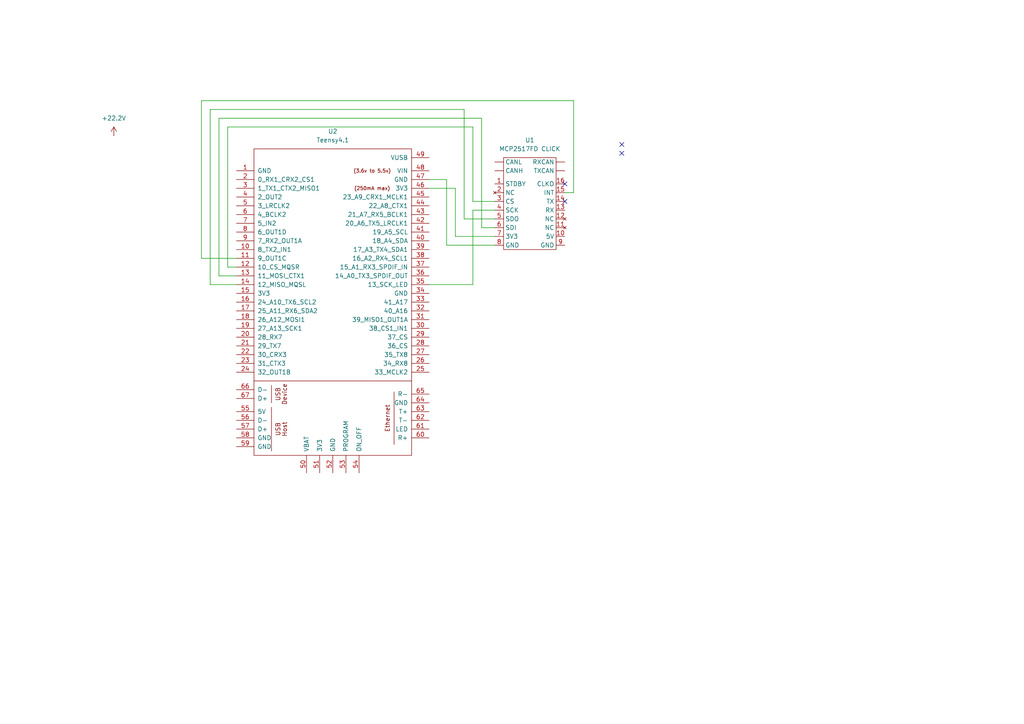
<source format=kicad_sch>
(kicad_sch (version 20250114) (generator "eeschema") (generator_version "9.0")
  (paper "A4")
  (lib_symbols
    (symbol "Custom_Parts:MCP2517FD_CLICK"
      (property "Reference" "U" (at 0 0 0))
      (symbol "MCP2517FD_CLICK_0_1"
        (rectangle (start -7.62 12.7) (end 7.62 -13.97))
      )
      (symbol "MCP2517FD_CLICK_1_1"
        (pin bidirectional line (at -10.16 11.43 0) (length 2.54) (name "CANL") (number ""))
        (pin bidirectional line (at -10.16 8.89 0) (length 2.54) (name "CANH") (number ""))
        (pin input line (at -10.16 5.08 0) (length 2.54) (name "STDBY") (number "1"))
        (pin no_connect line (at -10.16 2.54 0) (length 2.54) (name "NC") (number "2"))
        (pin input line (at -10.16 0 0) (length 2.54) (name "CS") (number "3"))
        (pin input line (at -10.16 -2.54 0) (length 2.54) (name "SCK") (number "4"))
        (pin output line (at -10.16 -5.08 0) (length 2.54) (name "SDO") (number "5"))
        (pin input line (at -10.16 -7.62 0) (length 2.54) (name "SDI") (number "6"))
        (pin power_in line (at -10.16 -10.16 0) (length 2.54) (name "3V3") (number "7"))
        (pin bidirectional line (at -10.16 -12.7 0) (length 2.54) (name "GND") (number "8"))
        (pin bidirectional line (at 10.16 11.43 180) (length 2.54) (name "RXCAN") (number ""))
        (pin bidirectional line (at 10.16 8.89 180) (length 2.54) (name "TXCAN") (number ""))
        (pin output line (at 10.16 5.08 180) (length 2.54) (name "CLKO") (number "16"))
        (pin bidirectional line (at 10.16 2.54 180) (length 2.54) (name "INT") (number "15"))
        (pin bidirectional line (at 10.16 0 180) (length 2.54) (name "TX") (number "14"))
        (pin bidirectional line (at 10.16 -2.54 180) (length 2.54) (name "RX") (number "13"))
        (pin no_connect line (at 10.16 -5.08 180) (length 2.54) (name "NC") (number "12"))
        (pin no_connect line (at 10.16 -7.62 180) (length 2.54) (name "NC") (number "11"))
        (pin power_in line (at 10.16 -10.16 180) (length 2.54) (name "5V") (number "10"))
        (pin bidirectional line (at 10.16 -12.7 180) (length 2.54) (name "GND") (number "9"))
      )
    )
    (symbol "power:+24V" (power) (pin_numbers (hide yes)) (pin_names (offset 0) (hide yes))
      (property "Value" "+24V" (at 0 3.556 0))
      (symbol "+24V_0_1"
        (polyline (pts (xy -0.762 1.27) (xy 0 2.54)))
        (polyline (pts (xy 0 2.54) (xy 0.762 1.27)))
        (polyline (pts (xy 0 0) (xy 0 2.54)))
      )
      (symbol "+24V_1_1"
        (pin power_in line (at 0 0 90) (length 0) (name "~") (number "1"))
      )
    )
    (symbol "teensy:Teensy4.1" (pin_names (offset 1.016))
      (property "Reference" "U" (at 0 64.77 0))
      (property "Value" "Teensy4.1" (at 0 62.23 0))
      (symbol "Teensy4.1_0_0"
        (polyline (pts (xy -22.86 -6.35) (xy 22.86 -6.35)))
        (polyline (pts (xy -17.78 -7.62) (xy -17.78 -12.7)))
        (polyline (pts (xy -17.78 -26.67) (xy -17.78 -13.97)))
        (polyline (pts (xy 17.78 -9.525) (xy 17.78 -24.765)))
        (text "USB" (at -15.875 -10.16 900) (effects (font (size 1.27 1.27))))
        (text "USB" (at -15.875 -20.32 900) (effects (font (size 1.27 1.27))))
        (text "Device" (at -13.97 -10.16 900) (effects (font (size 1.27 1.27))))
        (text "Host" (at -13.97 -20.32 900) (effects (font (size 1.27 1.27))))
        (text "(3.6v to 5.5v)" (at 11.43 54.61 0) (effects (font (size 1.016 1.016))))
        (text "(250mA max)" (at 11.43 49.53 0) (effects (font (size 1.016 1.016))))
        (text "Ethernet" (at 15.875 -17.145 900) (effects (font (size 1.27 1.27))))
        (pin bidirectional line (at -27.94 44.45 0) (length 5.08) (name "3_LRCLK2") (number "5"))
        (pin bidirectional line (at -27.94 41.91 0) (length 5.08) (name "4_BCLK2") (number "6"))
        (pin bidirectional line (at -27.94 39.37 0) (length 5.08) (name "5_IN2") (number "7"))
        (pin bidirectional line (at -27.94 36.83 0) (length 5.08) (name "6_OUT1D") (number "8"))
        (pin bidirectional line (at -27.94 34.29 0) (length 5.08) (name "7_RX2_OUT1A") (number "9"))
        (pin bidirectional line (at -27.94 31.75 0) (length 5.08) (name "8_TX2_IN1") (number "10"))
        (pin bidirectional line (at -27.94 29.21 0) (length 5.08) (name "9_OUT1C") (number "11"))
        (pin bidirectional line (at -27.94 26.67 0) (length 5.08) (name "10_CS_MQSR") (number "12"))
        (pin bidirectional line (at -27.94 24.13 0) (length 5.08) (name "11_MOSI_CTX1") (number "13"))
        (pin bidirectional line (at -27.94 21.59 0) (length 5.08) (name "12_MISO_MQSL") (number "14"))
        (pin power_in line (at -27.94 19.05 0) (length 5.08) (name "3V3") (number "15"))
        (pin bidirectional line (at -27.94 16.51 0) (length 5.08) (name "24_A10_TX6_SCL2") (number "16"))
        (pin bidirectional line (at -27.94 13.97 0) (length 5.08) (name "25_A11_RX6_SDA2") (number "17"))
        (pin bidirectional line (at -27.94 11.43 0) (length 5.08) (name "26_A12_MOSI1") (number "18"))
        (pin bidirectional line (at -27.94 8.89 0) (length 5.08) (name "27_A13_SCK1") (number "19"))
        (pin bidirectional line (at -27.94 6.35 0) (length 5.08) (name "28_RX7") (number "20"))
        (pin bidirectional line (at -27.94 3.81 0) (length 5.08) (name "29_TX7") (number "21"))
        (pin bidirectional line (at -27.94 1.27 0) (length 5.08) (name "30_CRX3") (number "22"))
        (pin bidirectional line (at -27.94 -1.27 0) (length 5.08) (name "31_CTX3") (number "23"))
        (pin bidirectional line (at -27.94 -3.81 0) (length 5.08) (name "32_OUT1B") (number "24"))
        (pin bidirectional line (at -27.94 -8.89 0) (length 5.08) (name "D-") (number "66"))
        (pin bidirectional line (at -27.94 -11.43 0) (length 5.08) (name "D+") (number "67"))
        (pin power_out line (at -27.94 -15.24 0) (length 5.08) (name "5V") (number "55"))
        (pin bidirectional line (at -27.94 -17.78 0) (length 5.08) (name "D-") (number "56"))
        (pin bidirectional line (at -27.94 -20.32 0) (length 5.08) (name "D+") (number "57"))
        (pin power_in line (at -27.94 -22.86 0) (length 5.08) (name "GND") (number "58"))
        (pin power_in line (at -27.94 -25.4 0) (length 5.08) (name "GND") (number "59"))
        (pin power_in line (at -7.62 -33.02 90) (length 5.08) (name "VBAT") (number "50"))
        (pin power_in line (at -3.81 -33.02 90) (length 5.08) (name "3V3") (number "51"))
        (pin input line (at 0 -33.02 90) (length 5.08) (name "GND") (number "52"))
        (pin input line (at 3.81 -33.02 90) (length 5.08) (name "PROGRAM") (number "53"))
        (pin input line (at 7.62 -33.02 90) (length 5.08) (name "ON_OFF") (number "54"))
        (pin power_out line (at 27.94 58.42 180) (length 5.08) (name "VUSB") (number "49"))
        (pin power_in line (at 27.94 54.61 180) (length 5.08) (name "VIN") (number "48"))
        (pin output line (at 27.94 52.07 180) (length 5.08) (name "GND") (number "47"))
        (pin output line (at 27.94 49.53 180) (length 5.08) (name "3V3") (number "46"))
        (pin bidirectional line (at 27.94 46.99 180) (length 5.08) (name "23_A9_CRX1_MCLK1") (number "45"))
        (pin bidirectional line (at 27.94 44.45 180) (length 5.08) (name "22_A8_CTX1") (number "44"))
        (pin bidirectional line (at 27.94 41.91 180) (length 5.08) (name "21_A7_RX5_BCLK1") (number "43"))
        (pin bidirectional line (at 27.94 39.37 180) (length 5.08) (name "20_A6_TX5_LRCLK1") (number "42"))
        (pin bidirectional line (at 27.94 36.83 180) (length 5.08) (name "19_A5_SCL") (number "41"))
        (pin bidirectional line (at 27.94 34.29 180) (length 5.08) (name "18_A4_SDA") (number "40"))
        (pin bidirectional line (at 27.94 31.75 180) (length 5.08) (name "17_A3_TX4_SDA1") (number "39"))
        (pin bidirectional line (at 27.94 29.21 180) (length 5.08) (name "16_A2_RX4_SCL1") (number "38"))
        (pin bidirectional line (at 27.94 26.67 180) (length 5.08) (name "15_A1_RX3_SPDIF_IN") (number "37"))
        (pin bidirectional line (at 27.94 24.13 180) (length 5.08) (name "14_A0_TX3_SPDIF_OUT") (number "36"))
        (pin bidirectional line (at 27.94 21.59 180) (length 5.08) (name "13_SCK_LED") (number "35"))
        (pin bidirectional line (at 27.94 16.51 180) (length 5.08) (name "41_A17") (number "33"))
        (pin bidirectional line (at 27.94 13.97 180) (length 5.08) (name "40_A16") (number "32"))
        (pin bidirectional line (at 27.94 11.43 180) (length 5.08) (name "39_MISO1_OUT1A") (number "31"))
        (pin bidirectional line (at 27.94 8.89 180) (length 5.08) (name "38_CS1_IN1") (number "30"))
        (pin bidirectional line (at 27.94 6.35 180) (length 5.08) (name "37_CS") (number "29"))
        (pin bidirectional line (at 27.94 3.81 180) (length 5.08) (name "36_CS") (number "28"))
        (pin bidirectional line (at 27.94 1.27 180) (length 5.08) (name "35_TX8") (number "27"))
        (pin bidirectional line (at 27.94 -1.27 180) (length 5.08) (name "34_RX8") (number "26"))
        (pin bidirectional line (at 27.94 -3.81 180) (length 5.08) (name "33_MCLK2") (number "25"))
        (pin bidirectional line (at 27.94 -10.16 180) (length 5.08) (name "R-") (number "65"))
        (pin power_in line (at 27.94 -12.7 180) (length 5.08) (name "GND") (number "64"))
        (pin bidirectional line (at 27.94 -15.24 180) (length 5.08) (name "T+") (number "63"))
        (pin bidirectional line (at 27.94 -17.78 180) (length 5.08) (name "T-") (number "62"))
        (pin bidirectional line (at 27.94 -20.32 180) (length 5.08) (name "LED") (number "61"))
        (pin bidirectional line (at 27.94 -22.86 180) (length 5.08) (name "R+") (number "60"))
      )
      (symbol "Teensy4.1_0_1"
        (rectangle (start -22.86 60.96) (end 22.86 -27.94))
        (rectangle (start -20.32 -1.27) (end -20.32 -1.27))
      )
      (symbol "Teensy4.1_1_1"
        (pin power_in line (at -27.94 54.61 0) (length 5.08) (name "GND") (number "1"))
        (pin bidirectional line (at -27.94 52.07 0) (length 5.08) (name "0_RX1_CRX2_CS1") (number "2"))
        (pin bidirectional line (at -27.94 49.53 0) (length 5.08) (name "1_TX1_CTX2_MISO1") (number "3"))
        (pin bidirectional line (at -27.94 46.99 0) (length 5.08) (name "2_OUT2") (number "4"))
        (pin power_in line (at 27.94 19.05 180) (length 5.08) (name "GND") (number "34"))
      )
    )
  )
  (no_connect (at 180.34 41.91))
  (no_connect (at 163.83 58.42))
  (no_connect (at 180.34 44.45))
  (no_connect (at 163.83 53.34))
  (wire (pts (xy 68.58 77.47) (xy 66.04 77.47)))
  (wire (pts (xy 129.54 52.07) (xy 129.54 71.12)))
  (wire (pts (xy 68.58 82.55) (xy 60.96 82.55)))
  (wire (pts (xy 137.16 58.42) (xy 143.51 58.42)))
  (wire (pts (xy 166.37 55.88) (xy 166.37 29.21)))
  (wire (pts (xy 139.7 66.04) (xy 143.51 66.04)))
  (wire (pts (xy 58.42 29.21) (xy 58.42 74.93)))
  (wire (pts (xy 124.46 82.55) (xy 137.16 82.55)))
  (wire (pts (xy 137.16 60.96) (xy 143.51 60.96)))
  (wire (pts (xy 66.04 36.83) (xy 137.16 36.83)))
  (wire (pts (xy 129.54 71.12) (xy 143.51 71.12)))
  (wire (pts (xy 139.7 34.29) (xy 139.7 66.04)))
  (wire (pts (xy 66.04 77.47) (xy 66.04 36.83)))
  (wire (pts (xy 134.62 63.5) (xy 143.51 63.5)))
  (wire (pts (xy 60.96 82.55) (xy 60.96 31.75)))
  (wire (pts (xy 63.5 34.29) (xy 139.7 34.29)))
  (wire (pts (xy 58.42 74.93) (xy 68.58 74.93)))
  (wire (pts (xy 166.37 29.21) (xy 58.42 29.21)))
  (wire (pts (xy 137.16 36.83) (xy 137.16 58.42)))
  (wire (pts (xy 124.46 52.07) (xy 129.54 52.07)))
  (wire (pts (xy 134.62 31.75) (xy 134.62 63.5)))
  (wire (pts (xy 137.16 82.55) (xy 137.16 60.96)))
  (wire (pts (xy 132.08 68.58) (xy 143.51 68.58)))
  (wire (pts (xy 132.08 54.61) (xy 132.08 68.58)))
  (wire (pts (xy 60.96 31.75) (xy 134.62 31.75)))
  (wire (pts (xy 163.83 55.88) (xy 166.37 55.88)))
  (wire (pts (xy 124.46 54.61) (xy 132.08 54.61)))
  (wire (pts (xy 63.5 80.01) (xy 63.5 34.29)))
  (wire (pts (xy 68.58 80.01) (xy 63.5 80.01)))
  (symbol (lib_id "teensy:Teensy4.1") (at 96.52 104.14 0) (unit 1)
    (property "Reference" "U2" (at 96.52 38.1 0))
    (property "Value" "Teensy4.1" (at 96.52 40.64 0))
  )
  (symbol (lib_id "Custom_Parts:MCP2517FD_CLICK") (at 153.67 58.42 0) (unit 1)
    (property "Reference" "U1" (at 153.67 40.64 0))
    (property "Value" "MCP2517FD CLICK" (at 153.67 43.18 0))
  )
  (symbol (lib_id "power:+24V") (at 33.02 39.37 0) (unit 1)
    (property "Reference" "#PWR01" (effects (hide yes)))
    (property "Value" "+22.2V" (at 33.02 34.29 0))
    (property "Description" "Power symbol creates a global label with name \"+24V\"" (effects (hide yes)))
  )
)
</source>
